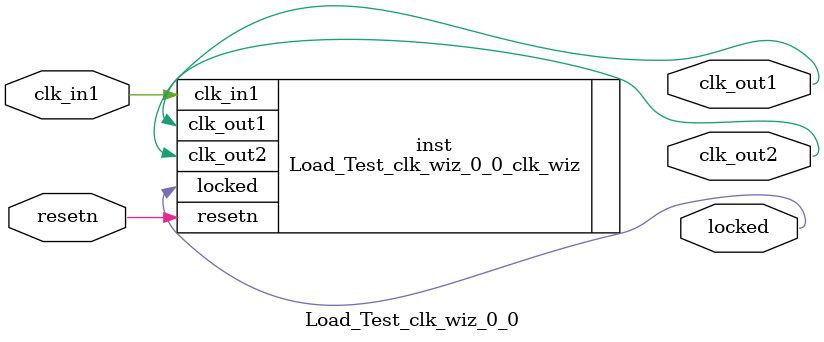
<source format=v>


`timescale 1ps/1ps

(* CORE_GENERATION_INFO = "Load_Test_clk_wiz_0_0,clk_wiz_v6_0_1_0_0,{component_name=Load_Test_clk_wiz_0_0,use_phase_alignment=true,use_min_o_jitter=false,use_max_i_jitter=false,use_dyn_phase_shift=false,use_inclk_switchover=false,use_dyn_reconfig=false,enable_axi=0,feedback_source=FDBK_AUTO,PRIMITIVE=PLL,num_out_clk=2,clkin1_period=10.000,clkin2_period=10.000,use_power_down=false,use_reset=true,use_locked=true,use_inclk_stopped=false,feedback_type=SINGLE,CLOCK_MGR_TYPE=NA,manual_override=false}" *)

module Load_Test_clk_wiz_0_0 
 (
  // Clock out ports
  output        clk_out1,
  output        clk_out2,
  // Status and control signals
  input         resetn,
  output        locked,
 // Clock in ports
  input         clk_in1
 );

  Load_Test_clk_wiz_0_0_clk_wiz inst
  (
  // Clock out ports  
  .clk_out1(clk_out1),
  .clk_out2(clk_out2),
  // Status and control signals               
  .resetn(resetn), 
  .locked(locked),
 // Clock in ports
  .clk_in1(clk_in1)
  );

endmodule

</source>
